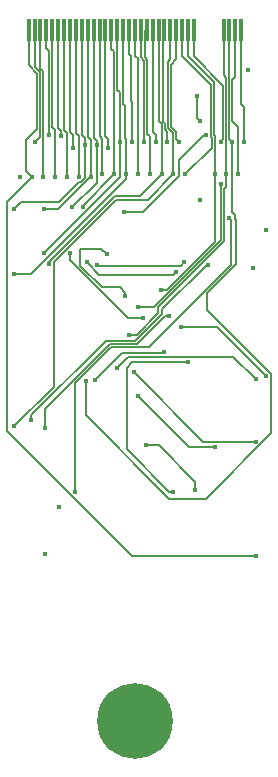
<source format=gbr>
%TF.GenerationSoftware,KiCad,Pcbnew,7.0.5*%
%TF.CreationDate,2023-08-28T16:34:51-05:00*%
%TF.ProjectId,Chimera_0003_Hydra,4368696d-6572-4615-9f30-3030335f4879,rev?*%
%TF.SameCoordinates,Original*%
%TF.FileFunction,Copper,L4,Bot*%
%TF.FilePolarity,Positive*%
%FSLAX46Y46*%
G04 Gerber Fmt 4.6, Leading zero omitted, Abs format (unit mm)*
G04 Created by KiCad (PCBNEW 7.0.5) date 2023-08-28 16:34:51*
%MOMM*%
%LPD*%
G01*
G04 APERTURE LIST*
%TA.AperFunction,SMDPad,CuDef*%
%ADD10R,0.350000X1.950000*%
%TD*%
%TA.AperFunction,ConnectorPad*%
%ADD11C,6.400000*%
%TD*%
%TA.AperFunction,ComponentPad*%
%ADD12C,3.600000*%
%TD*%
%TA.AperFunction,ViaPad*%
%ADD13C,0.450000*%
%TD*%
%TA.AperFunction,Conductor*%
%ADD14C,0.127000*%
%TD*%
G04 APERTURE END LIST*
D10*
%TO.P,U2,2,1*%
%TO.N,Net-(CN1-1-Pad73)*%
X103500000Y-91425000D03*
%TO.P,U2,4,1*%
%TO.N,Net-(CN1-1-Pad71)*%
X104000000Y-91425000D03*
%TO.P,U2,6,1*%
%TO.N,Net-(CN1-1-Pad69)*%
X104500000Y-91425000D03*
%TO.P,U2,8,1*%
%TO.N,Net-(CN1-1-Pad67)*%
X105000000Y-91425000D03*
%TO.P,U2,10,1*%
%TO.N,Net-(CN1-1-Pad66)*%
X105500000Y-91425000D03*
%TO.P,U2,12,12*%
%TO.N,Net-(CN1-20-Pad63)*%
X106000000Y-91425000D03*
%TO.P,U2,14,14*%
%TO.N,Net-(CN1-20-Pad61)*%
X106500000Y-91425000D03*
%TO.P,U2,16,16*%
%TO.N,Net-(CN1-20-Pad59)*%
X107000000Y-91425000D03*
%TO.P,U2,18,18*%
%TO.N,Net-(CN1-20-Pad57)*%
X107500000Y-91425000D03*
%TO.P,U2,20,20*%
%TO.N,Net-(CN1-20-Pad55)*%
X108000000Y-91425000D03*
%TO.P,U2,22,20*%
%TO.N,Net-(CN1-20-Pad53)*%
X108500000Y-91425000D03*
%TO.P,U2,24,20*%
%TO.N,Net-(CN1-20-Pad51)*%
X109000000Y-91425000D03*
%TO.P,U2,26,20*%
%TO.N,Net-(CN1-20-Pad49)*%
X109500000Y-91425000D03*
%TO.P,U2,28,20*%
%TO.N,Net-(CN1-20-Pad47)*%
X110000000Y-91425000D03*
%TO.P,U2,30,20*%
%TO.N,Net-(CN1-20-Pad45)*%
X110500000Y-91425000D03*
%TO.P,U2,32,20*%
%TO.N,Net-(CN1-20-Pad43)*%
X111000000Y-91425000D03*
%TO.P,U2,34,20*%
%TO.N,Net-(CN1-20-Pad41)*%
X111500000Y-91425000D03*
%TO.P,U2,36,20*%
%TO.N,Net-(CN1-20-Pad39)*%
X112000000Y-91425000D03*
%TO.P,U2,38,20*%
%TO.N,Net-(CN1-20-Pad37)*%
X112500000Y-91425000D03*
%TO.P,U2,40,20*%
%TO.N,Net-(CN1-20-Pad35)*%
X113000000Y-91425000D03*
%TO.P,U2,42,20*%
%TO.N,Net-(CN1-20-Pad33)*%
X113500000Y-91425000D03*
%TO.P,U2,44,20*%
%TO.N,Net-(CN1-20-Pad31)*%
X114000000Y-91425000D03*
%TO.P,U2,46,20*%
%TO.N,Net-(CN1-20-Pad29)*%
X114500000Y-91425000D03*
%TO.P,U2,48,20*%
%TO.N,Net-(CN1-20-Pad27)*%
X115000000Y-91425000D03*
%TO.P,U2,50,20*%
%TO.N,Net-(CN1-20-Pad25)*%
X115500000Y-91425000D03*
%TO.P,U2,52,20*%
%TO.N,Net-(CN1-20-Pad23)*%
X116000000Y-91425000D03*
%TO.P,U2,54,20*%
%TO.N,Net-(CN1-20-Pad21)*%
X116500000Y-91425000D03*
%TO.P,U2,56,20*%
%TO.N,Net-(CN1-1-Pad11)*%
X117000000Y-91425000D03*
%TO.P,U2,58,20*%
%TO.N,Net-(CN1-1-Pad9)*%
X117500000Y-91425000D03*
%TO.P,U2,68,1*%
%TO.N,Net-(CN1-1-Pad7)*%
X120000000Y-91425000D03*
%TO.P,U2,70,1*%
%TO.N,Net-(CN1-1-Pad5)*%
X120500000Y-91425000D03*
%TO.P,U2,72,1*%
%TO.N,+5V*%
X121000000Y-91425000D03*
%TO.P,U2,74,1*%
%TO.N,+3V3*%
X121500000Y-91425000D03*
%TD*%
D11*
%TO.P,H2,1*%
%TO.N,N/C*%
X112500000Y-149900000D03*
D12*
X112500000Y-149900000D03*
%TD*%
D13*
%TO.N,Net-(CN1-1-Pad11)*%
X119250000Y-103650000D03*
X114700000Y-113400000D03*
%TO.N,Net-(CN1-20-Pad21)*%
X116750000Y-103650000D03*
%TO.N,Net-(CN1-20-Pad23)*%
X116400000Y-116600000D03*
X116250000Y-100900000D03*
X123588400Y-120749500D03*
%TO.N,Net-(CN1-20-Pad25)*%
X102270100Y-124978900D03*
X115750000Y-103650000D03*
%TO.N,Net-(CN1-20-Pad27)*%
X104906000Y-125100000D03*
X115400000Y-115600000D03*
X115250000Y-100900000D03*
%TO.N,Net-(CN1-1-Pad66)*%
X105750000Y-103900000D03*
%TO.N,Net-(CN1-20-Pad33)*%
X113750000Y-103650000D03*
%TO.N,Net-(CN1-20-Pad35)*%
X117600000Y-130400000D03*
X113250000Y-100900000D03*
X113430900Y-126585300D03*
%TO.N,Net-(CN1-20-Pad37)*%
X119298800Y-126707700D03*
X112750000Y-103650000D03*
X112745900Y-122410100D03*
%TO.N,Net-(CN1-1-Pad5)*%
X108347000Y-121100000D03*
X120750000Y-100900000D03*
%TO.N,Net-(CN1-20-Pad39)*%
X122710000Y-126274200D03*
X112250000Y-100900000D03*
X112388500Y-120368500D03*
%TO.N,Net-(CN1-1-Pad69)*%
X104750000Y-103900000D03*
%TO.N,Net-(CN1-1-Pad71)*%
X104000000Y-100900000D03*
%TO.N,Net-(CN1-1-Pad73)*%
X122710000Y-135958400D03*
X103750000Y-103900000D03*
%TO.N,Net-(CN1-20-Pad41)*%
X111750000Y-103650000D03*
X102280000Y-112115300D03*
%TO.N,+3V3*%
X121750000Y-100900000D03*
X118700000Y-111300000D03*
X103700000Y-124400000D03*
%TO.N,Net-(CN1-20-Pad43)*%
X111250000Y-100900000D03*
X104820000Y-110300000D03*
%TO.N,Net-(CN1-20-Pad45)*%
X110750000Y-103650000D03*
X108080200Y-106420600D03*
%TO.N,Net-(CN1-20-Pad47)*%
X110250000Y-101400000D03*
%TO.N,Net-(CN1-20-Pad49)*%
X109750000Y-103650000D03*
%TO.N,Net-(CN1-20-Pad51)*%
X109250000Y-101150000D03*
X107200000Y-106400000D03*
%TO.N,Net-(CN1-20-Pad53)*%
X108750000Y-103900000D03*
X104820000Y-106605500D03*
%TO.N,Net-(CN1-20-Pad55)*%
X102280000Y-106598700D03*
X108250000Y-101150000D03*
%TO.N,Net-(CN1-20-Pad57)*%
X107750000Y-103900000D03*
X111000000Y-120000000D03*
X122710000Y-121009100D03*
%TO.N,Net-(CN1-20-Pad59)*%
X116684900Y-111100000D03*
X109300000Y-111300000D03*
X107250000Y-101400000D03*
%TO.N,Net-(CN1-20-Pad61)*%
X108400000Y-111100000D03*
X115990000Y-111900000D03*
X106750000Y-103900000D03*
%TO.N,Net-(CN1-1-Pad67)*%
X105250000Y-100339000D03*
%TO.N,Net-(CN1-1-Pad7)*%
X120250000Y-103650000D03*
X112031100Y-117247000D03*
%TO.N,Net-(CN1-20-Pad63)*%
X113200000Y-115800000D03*
X106250000Y-100400000D03*
X107002300Y-110313700D03*
%TO.N,Net-(CN1-1-Pad9)*%
X119802500Y-104500000D03*
X112800000Y-114900000D03*
X119750000Y-100900000D03*
%TO.N,GND*%
X104900000Y-135800000D03*
X122500000Y-111600000D03*
X102800000Y-103900000D03*
X122100000Y-94800000D03*
X123622000Y-108325000D03*
%TO.N,+5V*%
X118022000Y-105825000D03*
X111700000Y-113900000D03*
X106100000Y-131800000D03*
X121250000Y-103650000D03*
X110100000Y-110400000D03*
%TO.N,Net-(CN1-20-Pad29)*%
X114750000Y-103650000D03*
X105199500Y-111206400D03*
%TO.N,Net-(CN1-20-Pad31)*%
X109160550Y-121060550D03*
X114944800Y-118700000D03*
X114250000Y-100900000D03*
%TO.N,4*%
X107460000Y-130500000D03*
X120500000Y-107300000D03*
%TO.N,6*%
X111582100Y-106869100D03*
X118500000Y-100300100D03*
%TO.N,8*%
X117026400Y-119546100D03*
X115700000Y-130500000D03*
%TO.N,20*%
X117780300Y-97004200D03*
X118026200Y-99117800D03*
%TD*%
D14*
%TO.N,Net-(CN1-20-Pad63)*%
X107002300Y-110902300D02*
X107002300Y-110313700D01*
X111900000Y-115800000D02*
X107002300Y-110902300D01*
X113200000Y-115800000D02*
X111900000Y-115800000D01*
%TO.N,Net-(CN1-1-Pad9)*%
X114110600Y-114900000D02*
X112800000Y-114900000D01*
X119800000Y-104502500D02*
X119800000Y-109210600D01*
X119802500Y-104500000D02*
X119800000Y-104502500D01*
X119800000Y-109210600D02*
X114110600Y-114900000D01*
%TO.N,Net-(CN1-20-Pad59)*%
X116384900Y-111400000D02*
X116684900Y-111100000D01*
X109300000Y-111300000D02*
X109400000Y-111400000D01*
X109400000Y-111400000D02*
X116384900Y-111400000D01*
%TO.N,Net-(CN1-20-Pad51)*%
X107200000Y-106400000D02*
X109250000Y-104350000D01*
X109250000Y-104350000D02*
X109250000Y-101150000D01*
%TO.N,Net-(CN1-20-Pad53)*%
X105994500Y-106605500D02*
X104820000Y-106605500D01*
X108750000Y-103900000D02*
X108700000Y-103900000D01*
X108700000Y-103900000D02*
X105994500Y-106605500D01*
%TO.N,Net-(CN1-20-Pad55)*%
X106080700Y-106019300D02*
X102859400Y-106019300D01*
X107784500Y-104315500D02*
X106080700Y-106019300D01*
X108250000Y-103987606D02*
X107922106Y-104315500D01*
X107922106Y-104315500D02*
X107784500Y-104315500D01*
X102859400Y-106019300D02*
X102280000Y-106598700D01*
X108250000Y-101150000D02*
X108250000Y-103987606D01*
%TO.N,Net-(CN1-1-Pad11)*%
X117000000Y-91425000D02*
X117000000Y-93650000D01*
X114700000Y-113400000D02*
X115248700Y-113400000D01*
X117000000Y-93650000D02*
X119200000Y-95850000D01*
X115248700Y-113400000D02*
X119250000Y-109398700D01*
X119250000Y-109398700D02*
X119250000Y-103650000D01*
X119200000Y-95850000D02*
X119200000Y-100350000D01*
X119200000Y-100350000D02*
X119250000Y-100400000D01*
X119250000Y-100400000D02*
X119250000Y-103650000D01*
%TO.N,Net-(CN1-20-Pad21)*%
X118946000Y-100455210D02*
X118946000Y-96100000D01*
X116500000Y-93654000D02*
X116500000Y-91425000D01*
X118996000Y-101404000D02*
X118996000Y-100505210D01*
X116750000Y-103650000D02*
X118996000Y-101404000D01*
X118946000Y-96100000D02*
X116500000Y-93654000D01*
X118996000Y-100505210D02*
X118946000Y-100455210D01*
%TO.N,Net-(CN1-20-Pad23)*%
X116000000Y-93900000D02*
X116000000Y-91425000D01*
X116400000Y-116600000D02*
X119438900Y-116600000D01*
X115554000Y-99594790D02*
X115554000Y-94346000D01*
X116004000Y-100654000D02*
X116004000Y-100044790D01*
X115554000Y-94346000D02*
X116000000Y-93900000D01*
X116004000Y-100044790D02*
X115554000Y-99594790D01*
X119438900Y-116600000D02*
X123588400Y-120749500D01*
X116250000Y-100900000D02*
X116004000Y-100654000D01*
%TO.N,Net-(CN1-20-Pad25)*%
X113570700Y-105829300D02*
X110870700Y-105829300D01*
X115750000Y-103650000D02*
X113570700Y-105829300D01*
X115750000Y-100150000D02*
X115750000Y-103650000D01*
X115500000Y-93904000D02*
X115300000Y-94104000D01*
X105617000Y-121632000D02*
X102270100Y-124978900D01*
X115300000Y-94104000D02*
X115300000Y-99700000D01*
X115300000Y-99700000D02*
X115750000Y-100150000D01*
X105617000Y-111083000D02*
X105617000Y-121632000D01*
X110870700Y-105829300D02*
X105617000Y-111083000D01*
X115500000Y-91425000D02*
X115500000Y-93904000D01*
%TO.N,Net-(CN1-20-Pad27)*%
X114866000Y-91534500D02*
X114975000Y-91425000D01*
X115250000Y-100037000D02*
X115004000Y-99791000D01*
X115084900Y-115600000D02*
X115400000Y-115600000D01*
X115004000Y-99791000D02*
X115004000Y-99294590D01*
X115004000Y-99294590D02*
X114900000Y-99190590D01*
X115250000Y-100900000D02*
X115250000Y-100037000D01*
X114900000Y-94057500D02*
X114866000Y-94023500D01*
X104906000Y-125100000D02*
X104906000Y-123494000D01*
X114866000Y-94023500D02*
X114866000Y-91534500D01*
X110404600Y-117995400D02*
X112689500Y-117995400D01*
X112689500Y-117995400D02*
X115084900Y-115600000D01*
X114975000Y-91425000D02*
X115000000Y-91425000D01*
X114900000Y-99190590D02*
X114900000Y-94057500D01*
X104906000Y-123494000D02*
X110404600Y-117995400D01*
%TO.N,Net-(CN1-1-Pad66)*%
X105750000Y-99868400D02*
X105750000Y-103900000D01*
X105500000Y-91425000D02*
X105500000Y-99618400D01*
X105500000Y-99618400D02*
X105750000Y-99868400D01*
%TO.N,Net-(CN1-20-Pad33)*%
X113554000Y-93921900D02*
X113554000Y-100204000D01*
X113475000Y-91425000D02*
X113366000Y-91534500D01*
X113554000Y-100204000D02*
X113750000Y-100400000D01*
X113750000Y-100400000D02*
X113750000Y-103650000D01*
X113500000Y-91425000D02*
X113475000Y-91425000D01*
X113366000Y-93733900D02*
X113554000Y-93921900D01*
X113366000Y-91534500D02*
X113366000Y-93733900D01*
%TO.N,Net-(CN1-20-Pad35)*%
X117600000Y-129674900D02*
X114510400Y-126585300D01*
X117600000Y-130400000D02*
X117600000Y-129674900D01*
X114510400Y-126585300D02*
X113430900Y-126585300D01*
X113300000Y-100491000D02*
X113250000Y-100541000D01*
X113300000Y-94027172D02*
X113300000Y-100491000D01*
X113250000Y-100541000D02*
X113250000Y-100900000D01*
X113000000Y-91425000D02*
X113000000Y-93727172D01*
X113000000Y-93727172D02*
X113300000Y-94027172D01*
%TO.N,Net-(CN1-20-Pad37)*%
X117043500Y-126707700D02*
X112745900Y-122410100D01*
X112806800Y-93893200D02*
X112800000Y-93900000D01*
X112800000Y-93900000D02*
X112800000Y-98449800D01*
X112750000Y-98450000D02*
X112750000Y-103650000D01*
X112800000Y-98449800D02*
X112799800Y-98450000D01*
X112500000Y-93586800D02*
X112806800Y-93893200D01*
X112500000Y-91425000D02*
X112500000Y-93586800D01*
X112799800Y-98450000D02*
X112750000Y-98450000D01*
X119298800Y-126707700D02*
X117043500Y-126707700D01*
%TO.N,Net-(CN1-1-Pad5)*%
X121004900Y-107057400D02*
X120750000Y-106802500D01*
X120504000Y-100654000D02*
X120504000Y-95412000D01*
X108347000Y-121100000D02*
X108347000Y-124036735D01*
X120500000Y-95408000D02*
X120500000Y-91425000D01*
X118474635Y-131100000D02*
X124005900Y-125568735D01*
X121004900Y-107402665D02*
X121004900Y-107057400D01*
X124005900Y-125568735D02*
X124005900Y-120576565D01*
X118586635Y-113713365D02*
X121030900Y-111269100D01*
X121030900Y-107428665D02*
X121004900Y-107402665D01*
X115410265Y-131100000D02*
X118474635Y-131100000D01*
X108347000Y-124036735D02*
X115410265Y-131100000D01*
X120750000Y-100900000D02*
X120504000Y-100654000D01*
X121030900Y-111269100D02*
X121030900Y-107428665D01*
X120750000Y-106802500D02*
X120750000Y-100900000D01*
X118586635Y-115157300D02*
X118586635Y-113713365D01*
X124005900Y-120576565D02*
X118586635Y-115157300D01*
X120504000Y-95412000D02*
X120500000Y-95408000D01*
%TO.N,Net-(CN1-20-Pad39)*%
X118294200Y-126274200D02*
X112388500Y-120368500D01*
X112000000Y-93446100D02*
X112200000Y-93646077D01*
X122710000Y-126274200D02*
X118294200Y-126274200D01*
X112000000Y-91425000D02*
X112000000Y-93446100D01*
X112200000Y-97472200D02*
X112250000Y-97522200D01*
X112250000Y-97522200D02*
X112250000Y-100900000D01*
X112200000Y-93646077D02*
X112200000Y-97472200D01*
%TO.N,Net-(CN1-1-Pad69)*%
X104700000Y-100600000D02*
X104750000Y-100650000D01*
X104500000Y-91425000D02*
X104500000Y-94700000D01*
X104750000Y-100650000D02*
X104750000Y-103900000D01*
X104500000Y-94700000D02*
X104700000Y-94900000D01*
X104700000Y-94900000D02*
X104700000Y-100600000D01*
%TO.N,Net-(CN1-1-Pad71)*%
X104446000Y-95005210D02*
X104000000Y-94559210D01*
X104000000Y-100900000D02*
X104446000Y-100454000D01*
X104446000Y-100454000D02*
X104446000Y-95005210D01*
X104000000Y-94559210D02*
X104000000Y-91425000D01*
%TO.N,Net-(CN1-1-Pad73)*%
X101700000Y-105950000D02*
X103750000Y-103900000D01*
X122710000Y-135958400D02*
X112258400Y-135958400D01*
X103250000Y-103400000D02*
X103750000Y-103900000D01*
X104192000Y-99817000D02*
X103250000Y-100759000D01*
X103250000Y-100759000D02*
X103250000Y-103400000D01*
X103500000Y-91425000D02*
X103500000Y-94418420D01*
X112258400Y-135958400D02*
X101700000Y-125400000D01*
X103500000Y-94418420D02*
X104192000Y-95110420D01*
X104192000Y-95110420D02*
X104192000Y-99817000D01*
X101700000Y-125400000D02*
X101700000Y-105950000D01*
%TO.N,Net-(CN1-20-Pad41)*%
X111750000Y-103650000D02*
X111750000Y-104050000D01*
X103684700Y-112115300D02*
X102280000Y-112115300D01*
X111500000Y-91425000D02*
X111500000Y-97649600D01*
X111750000Y-104050000D02*
X103684700Y-112115300D01*
X111750000Y-100650000D02*
X111750000Y-103650000D01*
X111700000Y-100600000D02*
X111750000Y-100650000D01*
X111700000Y-97849600D02*
X111700000Y-100600000D01*
X111500000Y-97649600D02*
X111700000Y-97849600D01*
%TO.N,+3V3*%
X121500000Y-97650000D02*
X121500000Y-91425000D01*
X114828900Y-115265565D02*
X114828900Y-115057200D01*
X103700000Y-124400000D02*
X103700000Y-124057200D01*
X110015800Y-117741400D02*
X112521400Y-117741400D01*
X114828900Y-115057200D02*
X118586100Y-111300000D01*
X103700000Y-124057200D02*
X110015800Y-117741400D01*
X118586100Y-111300000D02*
X118700000Y-111300000D01*
X114768900Y-115325565D02*
X114828900Y-115265565D01*
X112521400Y-117741400D02*
X114768900Y-115493900D01*
X121750000Y-100900000D02*
X121750000Y-97899900D01*
X114768900Y-115493900D02*
X114768900Y-115325565D01*
X121750000Y-97899900D02*
X121500000Y-97650000D01*
%TO.N,Net-(CN1-20-Pad43)*%
X111200000Y-96672000D02*
X111200000Y-100741000D01*
X111250000Y-103870000D02*
X111250000Y-100900000D01*
X111000000Y-91425000D02*
X111000000Y-96472000D01*
X111000000Y-96472000D02*
X111200000Y-96672000D01*
X104820000Y-110300000D02*
X111250000Y-103870000D01*
X111250000Y-100791000D02*
X111250000Y-100900000D01*
X111200000Y-100741000D02*
X111250000Y-100791000D01*
%TO.N,Net-(CN1-20-Pad45)*%
X110750000Y-103650000D02*
X108080200Y-106319800D01*
X110750000Y-103650000D02*
X110750000Y-100650000D01*
X110500000Y-93023700D02*
X110500000Y-91425000D01*
X108080200Y-106319800D02*
X108080200Y-106420600D01*
X110700000Y-93223700D02*
X110500000Y-93023700D01*
X110700000Y-100600000D02*
X110700000Y-93223700D01*
X110750000Y-100650000D02*
X110700000Y-100600000D01*
%TO.N,Net-(CN1-20-Pad47)*%
X110250000Y-101400000D02*
X110250000Y-100620500D01*
X110250000Y-100620500D02*
X110000000Y-100370500D01*
X110000000Y-100370500D02*
X110000000Y-91425000D01*
%TO.N,Net-(CN1-20-Pad49)*%
X109500000Y-91425000D02*
X109500000Y-100400000D01*
X109500000Y-100400000D02*
X109750000Y-100650000D01*
X109750000Y-100650000D02*
X109750000Y-103650000D01*
%TO.N,Net-(CN1-20-Pad51)*%
X109000000Y-100604000D02*
X109250000Y-100854000D01*
X109000000Y-91425000D02*
X109000000Y-100604000D01*
X109250000Y-100854000D02*
X109250000Y-101150000D01*
%TO.N,Net-(CN1-20-Pad53)*%
X108500000Y-91425000D02*
X108500000Y-100463000D01*
X108500000Y-100463000D02*
X108750000Y-100713000D01*
X108750000Y-100713000D02*
X108750000Y-103900000D01*
%TO.N,Net-(CN1-20-Pad55)*%
X108250000Y-100572000D02*
X108250000Y-101150000D01*
X108000000Y-91425000D02*
X108000000Y-100322000D01*
X108000000Y-100322000D02*
X108250000Y-100572000D01*
%TO.N,Net-(CN1-20-Pad57)*%
X111000000Y-120000000D02*
X111871400Y-119128600D01*
X120829500Y-119128600D02*
X122710000Y-121009100D01*
X107500000Y-91425000D02*
X107500000Y-100182000D01*
X107500000Y-100182000D02*
X107750000Y-100432000D01*
X111871400Y-119128600D02*
X120829500Y-119128600D01*
X107750000Y-100432000D02*
X107750000Y-103900000D01*
%TO.N,Net-(CN1-20-Pad59)*%
X107250000Y-101400000D02*
X107250000Y-100291000D01*
X107250000Y-100291000D02*
X107000000Y-100041000D01*
X107000000Y-100041000D02*
X107000000Y-91425000D01*
%TO.N,Net-(CN1-20-Pad61)*%
X109453100Y-112153100D02*
X115736900Y-112153100D01*
X106500000Y-91425000D02*
X106500000Y-99900000D01*
X106500000Y-99900000D02*
X106750000Y-100150000D01*
X115736900Y-112153100D02*
X115990000Y-111900000D01*
X106750000Y-100150000D02*
X106750000Y-103900000D01*
X108400000Y-111100000D02*
X109453100Y-112153100D01*
%TO.N,Net-(CN1-1-Pad67)*%
X105000000Y-92977600D02*
X105000000Y-91425000D01*
X105250000Y-100339000D02*
X105200000Y-100289000D01*
X105200000Y-93177600D02*
X105000000Y-92977600D01*
X105200000Y-100289000D02*
X105200000Y-93177600D01*
%TO.N,Net-(CN1-1-Pad7)*%
X120217500Y-103682500D02*
X120217500Y-104682500D01*
X120217500Y-104682500D02*
X120054000Y-104846000D01*
X114492300Y-114880200D02*
X114492300Y-115408600D01*
X120250000Y-103650000D02*
X120217500Y-103682500D01*
X112653900Y-117247000D02*
X112031100Y-117247000D01*
X120250000Y-103650000D02*
X120250000Y-95517200D01*
X114492300Y-115408600D02*
X112653900Y-117247000D01*
X120250000Y-95517200D02*
X120000000Y-95267200D01*
X120000000Y-95267200D02*
X120000000Y-91425000D01*
X120054000Y-104846000D02*
X120054000Y-109318500D01*
X120054000Y-109318500D02*
X114492300Y-114880200D01*
%TO.N,Net-(CN1-20-Pad63)*%
X106000000Y-99759000D02*
X106250000Y-100009000D01*
X106000000Y-91425000D02*
X106000000Y-99759000D01*
X106250000Y-100009000D02*
X106250000Y-100400000D01*
%TO.N,Net-(CN1-1-Pad9)*%
X117500000Y-93650000D02*
X117500000Y-91425000D01*
X119750000Y-100900000D02*
X119996000Y-100654000D01*
X119996000Y-100654000D02*
X119996000Y-96146000D01*
X119996000Y-96146000D02*
X117500000Y-93650000D01*
%TO.N,+5V*%
X120758000Y-99158000D02*
X121250000Y-99650000D01*
X109700000Y-113200000D02*
X111200000Y-113200000D01*
X120758000Y-95642000D02*
X120758000Y-99158000D01*
X111200000Y-113200000D02*
X111700000Y-113700000D01*
X107867802Y-109923988D02*
X107867802Y-111367802D01*
X107867802Y-111367802D02*
X109700000Y-113200000D01*
X121000000Y-95400000D02*
X120758000Y-95642000D01*
X111700000Y-113700000D02*
X111700000Y-113900000D01*
X121000000Y-91425000D02*
X121000000Y-95400000D01*
X109623988Y-109923988D02*
X107867802Y-109923988D01*
X121250000Y-99650000D02*
X121250000Y-103650000D01*
X110100000Y-110400000D02*
X109623988Y-109923988D01*
%TO.N,Net-(CN1-20-Pad29)*%
X114500000Y-99149800D02*
X114750000Y-99399800D01*
X114750000Y-99399800D02*
X114750000Y-103650000D01*
X110800000Y-105500000D02*
X112900000Y-105500000D01*
X114500000Y-91425000D02*
X114500000Y-99149800D01*
X105199500Y-111100500D02*
X110800000Y-105500000D01*
X105199500Y-111206400D02*
X105199500Y-111100500D01*
X112900000Y-105500000D02*
X114750000Y-103650000D01*
%TO.N,Net-(CN1-20-Pad31)*%
X114000000Y-100068000D02*
X114000000Y-91425000D01*
X114866800Y-118778000D02*
X114944800Y-118700000D01*
X114250000Y-100900000D02*
X114250000Y-100318000D01*
X111443100Y-118778000D02*
X114866800Y-118778000D01*
X114250000Y-100318000D02*
X114000000Y-100068000D01*
X109160550Y-121060550D02*
X111443100Y-118778000D01*
%TO.N,4*%
X120613400Y-107413400D02*
X120613400Y-111327390D01*
X107460000Y-121299210D02*
X107460000Y-130500000D01*
X120613400Y-111327390D02*
X113691390Y-118249400D01*
X120500000Y-107300000D02*
X120613400Y-107413400D01*
X113691390Y-118249400D02*
X110509810Y-118249400D01*
X110509810Y-118249400D02*
X107460000Y-121299210D01*
%TO.N,6*%
X116250000Y-102433800D02*
X116250000Y-103816400D01*
X118500000Y-100300100D02*
X118383700Y-100300100D01*
X118383700Y-100300100D02*
X116250000Y-102433800D01*
X113197300Y-106869100D02*
X111582100Y-106869100D01*
X116250000Y-103816400D02*
X113197300Y-106869100D01*
%TO.N,8*%
X115700000Y-130500000D02*
X115400700Y-130500000D01*
X112253900Y-119546100D02*
X117026400Y-119546100D01*
X111800000Y-126899300D02*
X111800000Y-120000000D01*
X111800000Y-120000000D02*
X112253900Y-119546100D01*
X115400700Y-130500000D02*
X111800000Y-126899300D01*
%TO.N,20*%
X117780300Y-98871900D02*
X118026200Y-99117800D01*
X117780300Y-97004200D02*
X117780300Y-98871900D01*
%TD*%
M02*

</source>
